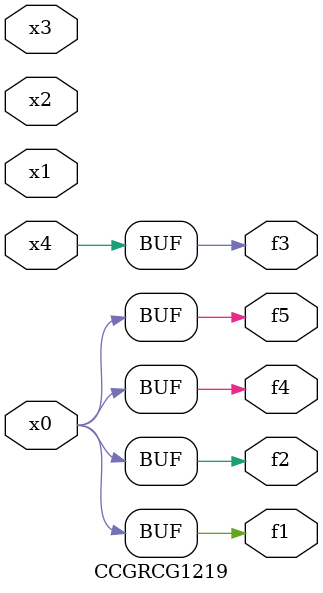
<source format=v>
module CCGRCG1219(
	input x0, x1, x2, x3, x4,
	output f1, f2, f3, f4, f5
);
	assign f1 = x0;
	assign f2 = x0;
	assign f3 = x4;
	assign f4 = x0;
	assign f5 = x0;
endmodule

</source>
